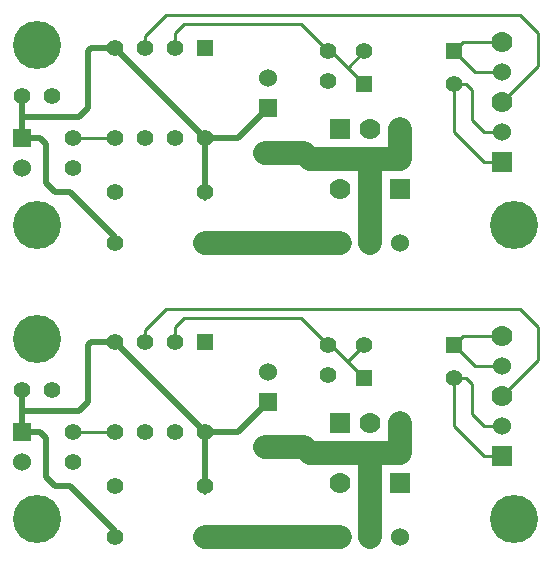
<source format=gtl>
G04 (created by PCBNEW (2013-june-11)-stable) date Sat 04 Oct 2014 08:42:05 PM EDT*
%MOIN*%
G04 Gerber Fmt 3.4, Leading zero omitted, Abs format*
%FSLAX34Y34*%
G01*
G70*
G90*
G04 APERTURE LIST*
%ADD10C,0.00590551*%
%ADD11C,0.07*%
%ADD12R,0.07X0.07*%
%ADD13C,0.06*%
%ADD14R,0.055X0.055*%
%ADD15C,0.055*%
%ADD16C,0.16*%
%ADD17R,0.06X0.06*%
%ADD18C,0.08*%
%ADD19C,0.01*%
%ADD20C,0.02*%
G04 APERTURE END LIST*
G54D10*
G54D11*
X25200Y-11600D03*
G54D12*
X25200Y-13600D03*
G54D11*
X25200Y-9600D03*
G54D13*
X25200Y-12600D03*
X25200Y-10600D03*
G54D12*
X19800Y-12500D03*
G54D11*
X21800Y-12500D03*
X20800Y-12500D03*
X19800Y-14500D03*
X20800Y-14500D03*
G54D12*
X21800Y-14500D03*
G54D14*
X15300Y-9800D03*
G54D15*
X14300Y-9800D03*
X13300Y-9800D03*
X12300Y-9800D03*
X12300Y-12800D03*
X13300Y-12800D03*
X14300Y-12800D03*
X15300Y-12800D03*
G54D14*
X23600Y-9900D03*
G54D15*
X20600Y-9900D03*
G54D14*
X20600Y-11000D03*
G54D15*
X23600Y-11000D03*
X10900Y-13800D03*
X10900Y-12800D03*
X19400Y-9900D03*
X19400Y-10900D03*
X12300Y-14600D03*
X15300Y-14600D03*
G54D14*
X17300Y-16300D03*
G54D15*
X17300Y-13300D03*
X12300Y-16300D03*
X15300Y-16300D03*
X10200Y-11400D03*
X9200Y-11400D03*
G54D16*
X9700Y-9700D03*
G54D17*
X9200Y-12800D03*
G54D13*
X9200Y-13800D03*
G54D16*
X25600Y-15700D03*
X9700Y-15700D03*
G54D17*
X17400Y-11800D03*
G54D13*
X17400Y-10800D03*
G54D17*
X18800Y-16300D03*
G54D13*
X19800Y-16300D03*
X20800Y-16300D03*
X21800Y-16300D03*
G54D11*
X25200Y-21383D03*
G54D12*
X25200Y-23383D03*
G54D11*
X25200Y-19383D03*
G54D13*
X25200Y-22383D03*
X25200Y-20383D03*
G54D12*
X19800Y-22283D03*
G54D11*
X21800Y-22283D03*
X20800Y-22283D03*
X19800Y-24283D03*
X20800Y-24283D03*
G54D12*
X21800Y-24283D03*
G54D14*
X15300Y-19583D03*
G54D15*
X14300Y-19583D03*
X13300Y-19583D03*
X12300Y-19583D03*
X12300Y-22583D03*
X13300Y-22583D03*
X14300Y-22583D03*
X15300Y-22583D03*
G54D14*
X23600Y-19683D03*
G54D15*
X20600Y-19683D03*
G54D14*
X20600Y-20783D03*
G54D15*
X23600Y-20783D03*
X10900Y-23583D03*
X10900Y-22583D03*
X19400Y-19683D03*
X19400Y-20683D03*
X12300Y-24383D03*
X15300Y-24383D03*
G54D14*
X17300Y-26083D03*
G54D15*
X17300Y-23083D03*
X12300Y-26083D03*
X15300Y-26083D03*
X10200Y-21183D03*
X9200Y-21183D03*
G54D16*
X9700Y-19483D03*
G54D17*
X9200Y-22583D03*
G54D13*
X9200Y-23583D03*
G54D16*
X25600Y-25483D03*
X9700Y-25483D03*
G54D17*
X17400Y-21583D03*
G54D13*
X17400Y-20583D03*
G54D17*
X18800Y-26083D03*
G54D13*
X19800Y-26083D03*
X20800Y-26083D03*
X21800Y-26083D03*
G54D18*
X15300Y-16300D02*
X17300Y-16300D01*
X18800Y-16300D02*
X19800Y-16300D01*
X17300Y-16300D02*
X18800Y-16300D01*
X15300Y-26083D02*
X17300Y-26083D01*
X18800Y-26083D02*
X19800Y-26083D01*
X17300Y-26083D02*
X18800Y-26083D01*
X17300Y-13300D02*
X18600Y-13300D01*
X18800Y-13500D02*
X20800Y-13500D01*
X18600Y-13300D02*
X18800Y-13500D01*
X20800Y-14500D02*
X20800Y-13500D01*
X21800Y-13500D02*
X21800Y-12500D01*
X20800Y-13500D02*
X21800Y-13500D01*
X20800Y-16300D02*
X20800Y-14500D01*
X17300Y-23083D02*
X18600Y-23083D01*
X18800Y-23283D02*
X20800Y-23283D01*
X18600Y-23083D02*
X18800Y-23283D01*
X20800Y-24283D02*
X20800Y-23283D01*
X21800Y-23283D02*
X21800Y-22283D01*
X20800Y-23283D02*
X21800Y-23283D01*
X20800Y-26083D02*
X20800Y-24283D01*
G54D19*
X14300Y-9800D02*
X14300Y-9300D01*
X18500Y-9000D02*
X19400Y-9900D01*
X14600Y-9000D02*
X18500Y-9000D01*
X14300Y-9300D02*
X14600Y-9000D01*
X20600Y-9900D02*
X20050Y-10450D01*
X20050Y-10450D02*
X20100Y-10500D01*
X19400Y-9900D02*
X19500Y-9900D01*
X19500Y-9900D02*
X20100Y-10500D01*
X20100Y-10500D02*
X20600Y-11000D01*
X14300Y-19583D02*
X14300Y-19083D01*
X18500Y-18783D02*
X19400Y-19683D01*
X14600Y-18783D02*
X18500Y-18783D01*
X14300Y-19083D02*
X14600Y-18783D01*
X20600Y-19683D02*
X20050Y-20233D01*
X20050Y-20233D02*
X20100Y-20283D01*
X19400Y-19683D02*
X19500Y-19683D01*
X19500Y-19683D02*
X20100Y-20283D01*
X20100Y-20283D02*
X20600Y-20783D01*
X23600Y-9900D02*
X24300Y-10600D01*
X24300Y-10600D02*
X25200Y-10600D01*
X25200Y-9600D02*
X23900Y-9600D01*
X23900Y-9600D02*
X23600Y-9900D01*
X23600Y-19683D02*
X24300Y-20383D01*
X24300Y-20383D02*
X25200Y-20383D01*
X25200Y-19383D02*
X23900Y-19383D01*
X23900Y-19383D02*
X23600Y-19683D01*
X25200Y-11600D02*
X26400Y-10400D01*
X13300Y-9400D02*
X13300Y-9800D01*
X14000Y-8700D02*
X13300Y-9400D01*
X25800Y-8700D02*
X14000Y-8700D01*
X26400Y-9300D02*
X25800Y-8700D01*
X26400Y-10400D02*
X26400Y-9300D01*
X25200Y-21383D02*
X26400Y-20183D01*
X13300Y-19183D02*
X13300Y-19583D01*
X14000Y-18483D02*
X13300Y-19183D01*
X25800Y-18483D02*
X14000Y-18483D01*
X26400Y-19083D02*
X25800Y-18483D01*
X26400Y-20183D02*
X26400Y-19083D01*
X23600Y-11000D02*
X24000Y-11000D01*
X24600Y-12600D02*
X25200Y-12600D01*
X24200Y-12200D02*
X24600Y-12600D01*
X24200Y-11200D02*
X24200Y-12200D01*
X24000Y-11000D02*
X24200Y-11200D01*
X25200Y-13600D02*
X24600Y-13600D01*
X23600Y-12600D02*
X23600Y-11000D01*
X24600Y-13600D02*
X23600Y-12600D01*
X23600Y-20783D02*
X24000Y-20783D01*
X24600Y-22383D02*
X25200Y-22383D01*
X24200Y-21983D02*
X24600Y-22383D01*
X24200Y-20983D02*
X24200Y-21983D01*
X24000Y-20783D02*
X24200Y-20983D01*
X25200Y-23383D02*
X24600Y-23383D01*
X23600Y-22383D02*
X23600Y-20783D01*
X24600Y-23383D02*
X23600Y-22383D01*
X12300Y-12800D02*
X10900Y-12800D01*
X12300Y-22583D02*
X10900Y-22583D01*
G54D20*
X12300Y-9800D02*
X11500Y-9800D01*
X11100Y-12100D02*
X9200Y-12100D01*
X11400Y-11800D02*
X11100Y-12100D01*
X11400Y-9900D02*
X11400Y-11800D01*
X11500Y-9800D02*
X11400Y-9900D01*
X15300Y-12800D02*
X16400Y-12800D01*
X16400Y-12800D02*
X17400Y-11800D01*
X9200Y-12800D02*
X9800Y-12800D01*
X12300Y-16100D02*
X12300Y-16300D01*
X10800Y-14600D02*
X12300Y-16100D01*
X10300Y-14600D02*
X10800Y-14600D01*
X10000Y-14300D02*
X10300Y-14600D01*
X10000Y-13000D02*
X10000Y-14300D01*
X9800Y-12800D02*
X10000Y-13000D01*
X15300Y-12700D02*
X15300Y-14800D01*
X12300Y-9800D02*
X15300Y-12800D01*
X9200Y-12800D02*
X9200Y-12100D01*
X9200Y-12100D02*
X9200Y-11400D01*
X12300Y-19583D02*
X11500Y-19583D01*
X11100Y-21883D02*
X9200Y-21883D01*
X11400Y-21583D02*
X11100Y-21883D01*
X11400Y-19683D02*
X11400Y-21583D01*
X11500Y-19583D02*
X11400Y-19683D01*
X15300Y-22583D02*
X16400Y-22583D01*
X16400Y-22583D02*
X17400Y-21583D01*
X9200Y-22583D02*
X9800Y-22583D01*
X12300Y-25883D02*
X12300Y-26083D01*
X10800Y-24383D02*
X12300Y-25883D01*
X10300Y-24383D02*
X10800Y-24383D01*
X10000Y-24083D02*
X10300Y-24383D01*
X10000Y-22783D02*
X10000Y-24083D01*
X9800Y-22583D02*
X10000Y-22783D01*
X15300Y-22483D02*
X15300Y-24583D01*
X12300Y-19583D02*
X15300Y-22583D01*
X9200Y-22583D02*
X9200Y-21883D01*
X9200Y-21883D02*
X9200Y-21183D01*
M02*

</source>
